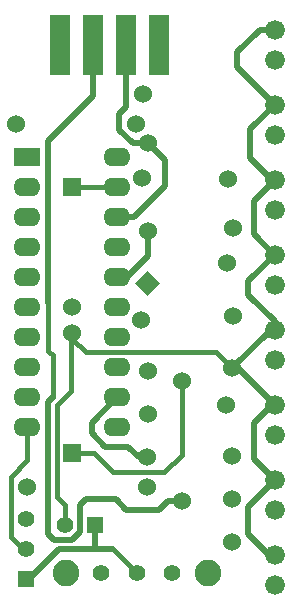
<source format=gbl>
G04 (created by PCBNEW-RS274X (2011-05-25)-stable) date Sun 14 Oct 2012 07:15:22 PM CDT*
G01*
G70*
G90*
%MOIN*%
G04 Gerber Fmt 3.4, Leading zero omitted, Abs format*
%FSLAX34Y34*%
G04 APERTURE LIST*
%ADD10C,0.006000*%
%ADD11R,0.055000X0.055000*%
%ADD12C,0.055000*%
%ADD13R,0.070000X0.200000*%
%ADD14R,0.090000X0.062000*%
%ADD15O,0.090000X0.062000*%
%ADD16C,0.060000*%
%ADD17R,0.060000X0.060000*%
%ADD18C,0.088600*%
%ADD19C,0.066000*%
%ADD20C,0.020000*%
%ADD21C,0.015000*%
%ADD22C,0.019700*%
G04 APERTURE END LIST*
G54D10*
G54D11*
X00700Y-18800D03*
G54D12*
X00700Y-17800D03*
X00700Y-16800D03*
G54D11*
X03000Y-17000D03*
G54D12*
X02000Y-17000D03*
G54D13*
X01850Y-01000D03*
X02950Y-01000D03*
X04050Y-01000D03*
X05150Y-01000D03*
G54D14*
X00750Y-04750D03*
G54D15*
X00750Y-05750D03*
X00750Y-06750D03*
X00750Y-07750D03*
X00750Y-08750D03*
X00750Y-09750D03*
X00750Y-10750D03*
X00750Y-11750D03*
X00750Y-12750D03*
X00750Y-13750D03*
X03750Y-13750D03*
X03750Y-12750D03*
X03750Y-11750D03*
X03750Y-10750D03*
X03750Y-09750D03*
X03750Y-08750D03*
X03750Y-07750D03*
X03750Y-06750D03*
X03750Y-05750D03*
X03750Y-04750D03*
G54D16*
X07439Y-05489D03*
X04611Y-02661D03*
X07614Y-07114D03*
X04786Y-04286D03*
X07414Y-08264D03*
X04586Y-05436D03*
X07614Y-10039D03*
X04786Y-07211D03*
X07364Y-13014D03*
X04536Y-10186D03*
X07589Y-14714D03*
X04761Y-11886D03*
X07589Y-16139D03*
X04761Y-13311D03*
X07564Y-17589D03*
X04736Y-14761D03*
X05900Y-12200D03*
X05900Y-16200D03*
X04750Y-15750D03*
X00750Y-15750D03*
X00375Y-03650D03*
X04375Y-03650D03*
G54D17*
X02250Y-14600D03*
G54D16*
X02250Y-10600D03*
G54D10*
G36*
X05185Y-08961D02*
X04761Y-09385D01*
X04337Y-08961D01*
X04761Y-08537D01*
X05185Y-08961D01*
X05185Y-08961D01*
G37*
G54D16*
X07589Y-11789D03*
G54D17*
X02250Y-05750D03*
G54D16*
X02250Y-09750D03*
G54D12*
X03219Y-18600D03*
X04400Y-18600D03*
X05581Y-18600D03*
G54D18*
X06762Y-18600D03*
X02038Y-18600D03*
G54D19*
X09000Y-01500D03*
X09000Y-00500D03*
X09000Y-04000D03*
X09000Y-03000D03*
X09000Y-06500D03*
X09000Y-05500D03*
X09000Y-09000D03*
X09000Y-08000D03*
X09000Y-11500D03*
X09000Y-10500D03*
X09000Y-14000D03*
X09000Y-13000D03*
X09000Y-16500D03*
X09000Y-15500D03*
X09000Y-19000D03*
X09000Y-18000D03*
G54D20*
X04050Y-01000D02*
X04050Y-03075D01*
X04261Y-04286D02*
X04786Y-04286D01*
X03825Y-03850D02*
X04261Y-04286D01*
X03825Y-03300D02*
X03825Y-03850D01*
X04050Y-03075D02*
X03825Y-03300D01*
X03750Y-06750D02*
X04325Y-06750D01*
X05350Y-04850D02*
X04786Y-04286D01*
X05350Y-05725D02*
X05350Y-04850D01*
X04325Y-06750D02*
X05350Y-05725D01*
G54D21*
X02250Y-14600D02*
X02975Y-14600D01*
X05900Y-14675D02*
X05900Y-12200D01*
X05325Y-15250D02*
X05900Y-14675D01*
X03625Y-15250D02*
X05325Y-15250D01*
X02975Y-14600D02*
X03625Y-15250D01*
X03750Y-05750D02*
X02250Y-05750D01*
X02250Y-10600D02*
X02250Y-10800D01*
X07050Y-11250D02*
X07589Y-11789D01*
X02700Y-11250D02*
X07050Y-11250D01*
X02250Y-10800D02*
X02700Y-11250D01*
G54D20*
X09000Y-05500D02*
X08900Y-05500D01*
X08175Y-03825D02*
X09000Y-03000D01*
X08175Y-04775D02*
X08175Y-03825D01*
X08900Y-05500D02*
X08175Y-04775D01*
X09000Y-08000D02*
X08975Y-08000D01*
X08300Y-06200D02*
X09000Y-05500D01*
X08300Y-07325D02*
X08300Y-06200D01*
X08975Y-08000D02*
X08300Y-07325D01*
X09000Y-10500D02*
X09000Y-10225D01*
X08125Y-08875D02*
X09000Y-08000D01*
X08125Y-09350D02*
X08125Y-08875D01*
X09000Y-10225D02*
X08125Y-09350D01*
X07589Y-11789D02*
X07789Y-11789D01*
X07789Y-11789D02*
X09000Y-13000D01*
X09000Y-10500D02*
X08875Y-10500D01*
X08875Y-10500D02*
X07589Y-11786D01*
X07589Y-11786D02*
X07589Y-11789D01*
X09000Y-15500D02*
X08300Y-14800D01*
X08300Y-14800D02*
X08300Y-13600D01*
X08300Y-13600D02*
X08900Y-13000D01*
X08900Y-13000D02*
X09000Y-13000D01*
G54D21*
X00700Y-17800D02*
X00600Y-17800D01*
X00750Y-14850D02*
X00750Y-13750D01*
X00200Y-15400D02*
X00750Y-14850D01*
X00200Y-17400D02*
X00200Y-15400D01*
X00600Y-17800D02*
X00200Y-17400D01*
X02000Y-17000D02*
X02000Y-16350D01*
X02000Y-16350D02*
X01727Y-16077D01*
X01727Y-16077D02*
X01727Y-13023D01*
X01727Y-13023D02*
X02200Y-12550D01*
X02200Y-12550D02*
X02200Y-10650D01*
X02200Y-10650D02*
X02250Y-10600D01*
G54D22*
X09000Y-18000D02*
X08800Y-18000D01*
X08100Y-16400D02*
X09000Y-15500D01*
X08100Y-17300D02*
X08100Y-16400D01*
X08800Y-18000D02*
X08100Y-17300D01*
X09000Y-00500D02*
X08500Y-00500D01*
X08500Y-00500D02*
X07750Y-01250D01*
X07750Y-01250D02*
X07750Y-01750D01*
X07750Y-01750D02*
X09000Y-03000D01*
G54D20*
X01450Y-09600D02*
X01450Y-04200D01*
G54D21*
X01600Y-11350D02*
X01450Y-11200D01*
X01450Y-11200D02*
X01450Y-09600D01*
G54D20*
X05900Y-16200D02*
X05450Y-16200D01*
X01450Y-12900D02*
X01600Y-12750D01*
X01450Y-17300D02*
X01450Y-12900D01*
X01650Y-17500D02*
X01450Y-17300D01*
X02250Y-17500D02*
X01650Y-17500D01*
X02500Y-17250D02*
X02250Y-17500D01*
X02500Y-16350D02*
X02500Y-17250D01*
X02700Y-16150D02*
X02500Y-16350D01*
X03700Y-16150D02*
X02700Y-16150D01*
X04050Y-16500D02*
X03700Y-16150D01*
X05150Y-16500D02*
X04050Y-16500D01*
X05450Y-16200D02*
X05150Y-16500D01*
G54D21*
X01600Y-12750D02*
X01600Y-11350D01*
G54D20*
X02950Y-02700D02*
X02950Y-01000D01*
X01450Y-04200D02*
X02950Y-02700D01*
X04736Y-14761D02*
X04461Y-14761D01*
X02900Y-13600D02*
X03750Y-12750D01*
X02900Y-13950D02*
X02900Y-13600D01*
X03350Y-14400D02*
X02900Y-13950D01*
X04100Y-14400D02*
X03350Y-14400D01*
X04461Y-14761D02*
X04100Y-14400D01*
X03750Y-08750D02*
X04075Y-08750D01*
X04786Y-08039D02*
X04786Y-07211D01*
X04075Y-08750D02*
X04786Y-08039D01*
G54D21*
X04400Y-18600D02*
X03600Y-17800D01*
G54D20*
X03600Y-17800D02*
X03000Y-17800D01*
X03000Y-17800D02*
X03000Y-17000D01*
G54D22*
X00700Y-18800D02*
X00800Y-18800D01*
X01800Y-17800D02*
X03000Y-17800D01*
X00800Y-18800D02*
X01800Y-17800D01*
M02*

</source>
